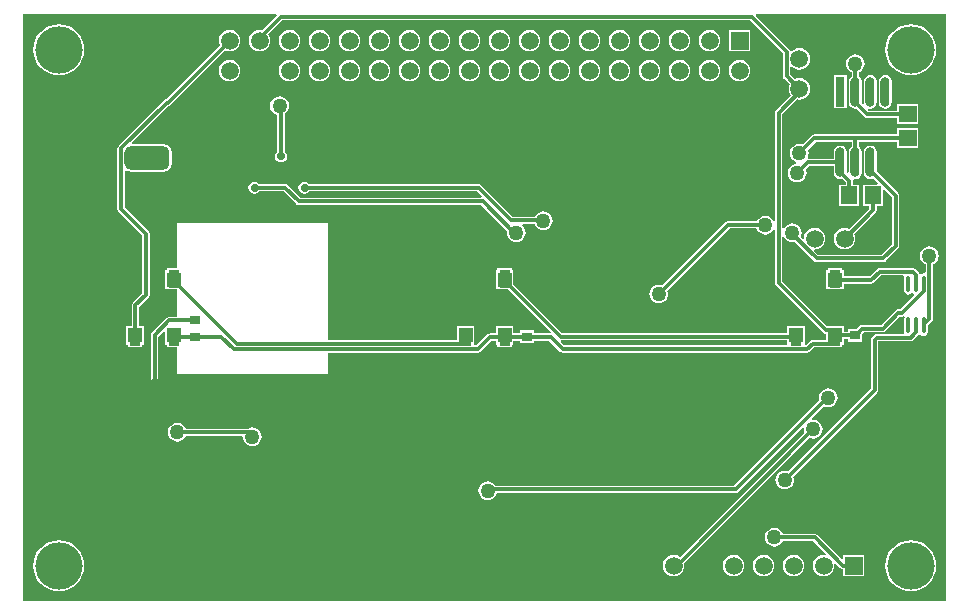
<source format=gbl>
G04*
G04 #@! TF.GenerationSoftware,Altium Limited,Altium Designer,20.0.12 (288)*
G04*
G04 Layer_Physical_Order=2*
G04 Layer_Color=16711680*
%FSLAX25Y25*%
%MOIN*%
G70*
G01*
G75*
%ADD45R,0.03543X0.03150*%
%ADD47R,0.05512X0.05906*%
%ADD64R,0.05906X0.05512*%
%ADD71C,0.01200*%
%ADD74C,0.05906*%
%ADD75R,0.05906X0.05906*%
G04:AMPARAMS|DCode=76|XSize=150mil|YSize=78.74mil|CornerRadius=19.68mil|HoleSize=0mil|Usage=FLASHONLY|Rotation=0.000|XOffset=0mil|YOffset=0mil|HoleType=Round|Shape=RoundedRectangle|*
%AMROUNDEDRECTD76*
21,1,0.15000,0.03937,0,0,0.0*
21,1,0.11063,0.07874,0,0,0.0*
1,1,0.03937,0.05531,-0.01968*
1,1,0.03937,-0.05531,-0.01968*
1,1,0.03937,-0.05531,0.01968*
1,1,0.03937,0.05531,0.01968*
%
%ADD76ROUNDEDRECTD76*%
%ADD77C,0.05000*%
%ADD78C,0.15748*%
%ADD79C,0.02800*%
%ADD80O,0.01378X0.05906*%
%ADD81R,0.04724X0.05118*%
%ADD82R,0.03543X0.05906*%
%ADD83R,0.03000X0.10000*%
%ADD84O,0.03000X0.10000*%
G36*
X552379Y297621D02*
X244621D01*
Y493378D01*
X328941D01*
X329148Y492878D01*
X324254Y487984D01*
X323500Y488083D01*
X322573Y487961D01*
X321708Y487603D01*
X320966Y487034D01*
X320397Y486292D01*
X320039Y485428D01*
X319917Y484500D01*
X320039Y483572D01*
X320397Y482708D01*
X320966Y481966D01*
X321708Y481397D01*
X322573Y481039D01*
X323500Y480917D01*
X324427Y481039D01*
X325292Y481397D01*
X326034Y481966D01*
X326603Y482708D01*
X326961Y483572D01*
X327083Y484500D01*
X326961Y485428D01*
X326603Y486292D01*
X326351Y486621D01*
X331007Y491277D01*
X486993D01*
X497974Y480296D01*
Y472589D01*
X498067Y472120D01*
X498332Y471724D01*
X500124Y469932D01*
X499889Y469363D01*
X499767Y468436D01*
X499889Y467508D01*
X500247Y466644D01*
X500536Y466267D01*
X495635Y461365D01*
X495370Y460968D01*
X495276Y460500D01*
Y424497D01*
X494776Y424398D01*
X494708Y424563D01*
X494211Y425211D01*
X493563Y425708D01*
X492809Y426020D01*
X492000Y426127D01*
X491191Y426020D01*
X490437Y425708D01*
X489789Y425211D01*
X489292Y424563D01*
X489234Y424424D01*
X479645D01*
X479176Y424330D01*
X478779Y424065D01*
X457649Y402935D01*
X457309Y403076D01*
X456500Y403182D01*
X455691Y403076D01*
X454937Y402763D01*
X454289Y402266D01*
X453792Y401619D01*
X453480Y400865D01*
X453373Y400055D01*
X453480Y399246D01*
X453792Y398492D01*
X454289Y397845D01*
X454937Y397348D01*
X455691Y397035D01*
X456500Y396929D01*
X457309Y397035D01*
X458063Y397348D01*
X458711Y397845D01*
X459208Y398492D01*
X459520Y399246D01*
X459627Y400055D01*
X459520Y400865D01*
X459379Y401204D01*
X480151Y421977D01*
X489069D01*
X489292Y421437D01*
X489789Y420789D01*
X490437Y420292D01*
X491191Y419980D01*
X492000Y419873D01*
X492809Y419980D01*
X493563Y420292D01*
X494211Y420789D01*
X494708Y421437D01*
X494776Y421602D01*
X495276Y421503D01*
Y403838D01*
X495370Y403369D01*
X495635Y402972D01*
X504521Y394086D01*
X504521Y394086D01*
X511540Y387068D01*
X511936Y386803D01*
X512234Y386743D01*
Y384725D01*
X507880D01*
X507412Y384632D01*
X507015Y384367D01*
X505616Y382968D01*
X505166Y383150D01*
Y389407D01*
X499242D01*
Y387078D01*
X424304D01*
X408058Y403323D01*
Y407911D01*
X407468D01*
Y408698D01*
X402724D01*
Y407911D01*
X402134D01*
Y401593D01*
X406328D01*
X420453Y387468D01*
X420246Y386968D01*
X414872D01*
Y387919D01*
X410128D01*
Y386968D01*
X408058D01*
Y389407D01*
X402134D01*
Y386968D01*
X400244D01*
X399776Y386875D01*
X399379Y386609D01*
X395695Y382925D01*
X395498D01*
X395066Y383089D01*
Y389407D01*
X389142D01*
Y384725D01*
X346197D01*
Y423803D01*
X295803Y423697D01*
Y408698D01*
X292624D01*
Y407911D01*
X292034D01*
Y401593D01*
X295803D01*
Y392479D01*
X293386D01*
X292917Y392386D01*
X292520Y392121D01*
X287635Y387235D01*
X287370Y386839D01*
X287277Y386370D01*
Y369500D01*
X287370Y369032D01*
X287635Y368635D01*
X288032Y368370D01*
X288500Y368277D01*
X288968Y368370D01*
X289365Y368635D01*
X289630Y369032D01*
X289723Y369500D01*
Y385863D01*
X291572Y387712D01*
X292034Y387521D01*
Y383089D01*
X292624D01*
Y382302D01*
X295803D01*
Y373303D01*
X346197D01*
Y380478D01*
X396202D01*
X396670Y380571D01*
X397067Y380836D01*
X400751Y384521D01*
X402134D01*
Y383089D01*
X402724D01*
Y382302D01*
X407468D01*
Y383089D01*
X408058D01*
Y384521D01*
X410128D01*
Y383569D01*
X414872D01*
Y384521D01*
X419970D01*
X423654Y380836D01*
X424051Y380571D01*
X424519Y380478D01*
X506080D01*
X506548Y380571D01*
X506945Y380836D01*
X508387Y382278D01*
X514024D01*
X514143Y382302D01*
X517568D01*
Y383089D01*
X518158D01*
Y385021D01*
X519628D01*
Y384069D01*
X524372D01*
Y386885D01*
X524763Y387277D01*
X531116D01*
X531584Y387370D01*
X531981Y387635D01*
X536886Y392540D01*
X537588D01*
X538056Y392633D01*
X538092Y392656D01*
X538385Y392459D01*
X538496Y392325D01*
X538406Y391874D01*
Y387347D01*
X538439Y387181D01*
X538059Y386681D01*
X529203D01*
X528735Y386588D01*
X528338Y386323D01*
X527635Y385620D01*
X527370Y385223D01*
X527277Y384754D01*
Y368552D01*
X499649Y340924D01*
X499309Y341065D01*
X498500Y341172D01*
X497691Y341065D01*
X496937Y340753D01*
X496289Y340256D01*
X495792Y339608D01*
X495480Y338854D01*
X495373Y338045D01*
X495480Y337236D01*
X495792Y336481D01*
X496289Y335834D01*
X496937Y335337D01*
X497691Y335025D01*
X498500Y334918D01*
X499309Y335025D01*
X500063Y335337D01*
X500711Y335834D01*
X501208Y336481D01*
X501520Y337236D01*
X501627Y338045D01*
X501520Y338854D01*
X501379Y339194D01*
X529365Y367180D01*
X529630Y367577D01*
X529724Y368045D01*
Y384234D01*
X540503D01*
X540971Y384327D01*
X541368Y384592D01*
X542475Y385699D01*
X542604Y385892D01*
X542967Y386256D01*
X543209Y386417D01*
X543258Y386491D01*
X543860D01*
X543909Y386417D01*
X544336Y386132D01*
X544839Y386032D01*
X545341Y386132D01*
X545768Y386417D01*
X546053Y386843D01*
X546153Y387347D01*
Y389502D01*
X547593Y390942D01*
X547858Y391338D01*
X547951Y391807D01*
Y409928D01*
X548291Y410069D01*
X548939Y410566D01*
X549435Y411213D01*
X549748Y411967D01*
X549854Y412777D01*
X549748Y413586D01*
X549435Y414340D01*
X548939Y414987D01*
X548291Y415484D01*
X547537Y415797D01*
X546728Y415903D01*
X545918Y415797D01*
X545164Y415484D01*
X544517Y414987D01*
X544020Y414340D01*
X543707Y413586D01*
X543601Y412777D01*
X543707Y411967D01*
X544020Y411213D01*
X544517Y410566D01*
X545164Y410069D01*
X545504Y409928D01*
Y407315D01*
X545004Y406935D01*
X544839Y406968D01*
X544336Y406868D01*
X543951Y406611D01*
X543712Y406647D01*
X543415Y406743D01*
X543376Y406938D01*
X543111Y407335D01*
X542038Y408408D01*
X541641Y408673D01*
X541173Y408766D01*
X530126D01*
X529658Y408673D01*
X529261Y408408D01*
X526828Y405975D01*
X518158D01*
Y407911D01*
X517568D01*
Y408698D01*
X512824D01*
Y407911D01*
X512234D01*
Y401593D01*
X518158D01*
Y403528D01*
X527335D01*
X527804Y403622D01*
X528200Y403887D01*
X530633Y406319D01*
X538059D01*
X538439Y405819D01*
X538406Y405653D01*
Y401126D01*
X538506Y400623D01*
X538791Y400197D01*
X539218Y399912D01*
X539720Y399812D01*
X540223Y399912D01*
X540650Y400197D01*
X540699Y400271D01*
X541301D01*
X541350Y400197D01*
X541491Y400103D01*
X541575Y399481D01*
X537081Y394987D01*
X536379D01*
X535911Y394893D01*
X535514Y394628D01*
X530609Y389723D01*
X524256D01*
X523788Y389630D01*
X523391Y389365D01*
X522444Y388419D01*
X519628D01*
Y387468D01*
X518158D01*
Y389407D01*
X512661D01*
X506251Y395817D01*
X506251Y395817D01*
X497723Y404344D01*
Y419003D01*
X498223Y419102D01*
X498292Y418937D01*
X498789Y418289D01*
X499437Y417792D01*
X500191Y417480D01*
X501000Y417373D01*
X501809Y417480D01*
X501886Y417511D01*
X508295Y411102D01*
X508692Y410837D01*
X509160Y410744D01*
X531374D01*
X531842Y410837D01*
X532239Y411102D01*
X536365Y415228D01*
X536630Y415625D01*
X536724Y416093D01*
Y432843D01*
X536630Y433311D01*
X536365Y433708D01*
X529152Y440921D01*
X529141Y440928D01*
Y447400D01*
X528978Y448219D01*
X528514Y448914D01*
X527819Y449378D01*
X527000Y449541D01*
X526181Y449378D01*
X525486Y448914D01*
X525022Y448219D01*
X524859Y447400D01*
Y440400D01*
X525022Y439581D01*
X525486Y438886D01*
X526181Y438422D01*
X527000Y438259D01*
X527819Y438422D01*
X528042Y438570D01*
X529598Y437015D01*
X529406Y436553D01*
X524581D01*
Y429447D01*
X526714D01*
Y428444D01*
X519996Y421726D01*
X519427Y421961D01*
X518500Y422083D01*
X517572Y421961D01*
X516708Y421603D01*
X515966Y421034D01*
X515397Y420292D01*
X515039Y419427D01*
X514917Y418500D01*
X515039Y417572D01*
X515397Y416708D01*
X515966Y415966D01*
X516708Y415397D01*
X517572Y415039D01*
X518500Y414917D01*
X519427Y415039D01*
X520292Y415397D01*
X521034Y415966D01*
X521603Y416708D01*
X521961Y417572D01*
X522083Y418500D01*
X521961Y419427D01*
X521726Y419996D01*
X528802Y427072D01*
X529067Y427469D01*
X529160Y427937D01*
Y429447D01*
X531293D01*
Y434666D01*
X531755Y434858D01*
X534276Y432336D01*
Y416600D01*
X530867Y413191D01*
X509667D01*
X508390Y414468D01*
X508631Y414934D01*
X509427Y415039D01*
X510292Y415397D01*
X511034Y415966D01*
X511603Y416708D01*
X511961Y417572D01*
X512083Y418500D01*
X511961Y419427D01*
X511603Y420292D01*
X511034Y421034D01*
X510292Y421603D01*
X509427Y421961D01*
X508500Y422083D01*
X507573Y421961D01*
X506708Y421603D01*
X505966Y421034D01*
X505397Y420292D01*
X505039Y419427D01*
X504934Y418631D01*
X504468Y418390D01*
X503770Y419087D01*
X504020Y419691D01*
X504127Y420500D01*
X504020Y421309D01*
X503708Y422063D01*
X503211Y422711D01*
X502563Y423208D01*
X501809Y423520D01*
X501000Y423627D01*
X500191Y423520D01*
X499437Y423208D01*
X498789Y422711D01*
X498292Y422063D01*
X498223Y421898D01*
X497723Y421997D01*
Y459993D01*
X502672Y464942D01*
X503350Y464853D01*
X504278Y464975D01*
X505142Y465333D01*
X505884Y465902D01*
X506454Y466644D01*
X506812Y467508D01*
X506934Y468436D01*
X506812Y469363D01*
X506454Y470228D01*
X505884Y470970D01*
X505142Y471539D01*
X504278Y471897D01*
X503350Y472019D01*
X502423Y471897D01*
X501855Y471662D01*
X500421Y473095D01*
Y475663D01*
X500921Y475822D01*
X501559Y475333D01*
X502423Y474975D01*
X503350Y474853D01*
X504278Y474975D01*
X505142Y475333D01*
X505884Y475902D01*
X506454Y476644D01*
X506812Y477508D01*
X506934Y478436D01*
X506812Y479363D01*
X506454Y480228D01*
X505884Y480970D01*
X505142Y481539D01*
X504278Y481897D01*
X503350Y482019D01*
X502423Y481897D01*
X501559Y481539D01*
X500887Y481024D01*
X500593Y481069D01*
X500346Y481178D01*
X500328Y481271D01*
X500063Y481668D01*
X488852Y492878D01*
X489059Y493378D01*
X552378D01*
X552379Y297621D01*
D02*
G37*
G36*
X499242Y383089D02*
X498810Y382925D01*
X425026D01*
X423820Y384131D01*
X424027Y384631D01*
X499242D01*
Y383089D01*
D02*
G37*
%LPC*%
G36*
X487053Y488053D02*
X479947D01*
Y480947D01*
X487053D01*
Y488053D01*
D02*
G37*
G36*
X473500Y488083D02*
X472573Y487961D01*
X471708Y487603D01*
X470966Y487034D01*
X470397Y486292D01*
X470039Y485428D01*
X469917Y484500D01*
X470039Y483572D01*
X470397Y482708D01*
X470966Y481966D01*
X471708Y481397D01*
X472573Y481039D01*
X473500Y480917D01*
X474428Y481039D01*
X475292Y481397D01*
X476034Y481966D01*
X476603Y482708D01*
X476961Y483572D01*
X477083Y484500D01*
X476961Y485428D01*
X476603Y486292D01*
X476034Y487034D01*
X475292Y487603D01*
X474428Y487961D01*
X473500Y488083D01*
D02*
G37*
G36*
X463500D02*
X462572Y487961D01*
X461708Y487603D01*
X460966Y487034D01*
X460397Y486292D01*
X460039Y485428D01*
X459917Y484500D01*
X460039Y483572D01*
X460397Y482708D01*
X460966Y481966D01*
X461708Y481397D01*
X462572Y481039D01*
X463500Y480917D01*
X464428Y481039D01*
X465292Y481397D01*
X466034Y481966D01*
X466603Y482708D01*
X466961Y483572D01*
X467083Y484500D01*
X466961Y485428D01*
X466603Y486292D01*
X466034Y487034D01*
X465292Y487603D01*
X464428Y487961D01*
X463500Y488083D01*
D02*
G37*
G36*
X453500D02*
X452572Y487961D01*
X451708Y487603D01*
X450966Y487034D01*
X450397Y486292D01*
X450039Y485428D01*
X449917Y484500D01*
X450039Y483572D01*
X450397Y482708D01*
X450966Y481966D01*
X451708Y481397D01*
X452572Y481039D01*
X453500Y480917D01*
X454427Y481039D01*
X455292Y481397D01*
X456034Y481966D01*
X456603Y482708D01*
X456961Y483572D01*
X457083Y484500D01*
X456961Y485428D01*
X456603Y486292D01*
X456034Y487034D01*
X455292Y487603D01*
X454427Y487961D01*
X453500Y488083D01*
D02*
G37*
G36*
X443500D02*
X442572Y487961D01*
X441708Y487603D01*
X440966Y487034D01*
X440397Y486292D01*
X440039Y485428D01*
X439917Y484500D01*
X440039Y483572D01*
X440397Y482708D01*
X440966Y481966D01*
X441708Y481397D01*
X442572Y481039D01*
X443500Y480917D01*
X444427Y481039D01*
X445292Y481397D01*
X446034Y481966D01*
X446603Y482708D01*
X446961Y483572D01*
X447083Y484500D01*
X446961Y485428D01*
X446603Y486292D01*
X446034Y487034D01*
X445292Y487603D01*
X444427Y487961D01*
X443500Y488083D01*
D02*
G37*
G36*
X433500D02*
X432573Y487961D01*
X431708Y487603D01*
X430966Y487034D01*
X430397Y486292D01*
X430039Y485428D01*
X429917Y484500D01*
X430039Y483572D01*
X430397Y482708D01*
X430966Y481966D01*
X431708Y481397D01*
X432573Y481039D01*
X433500Y480917D01*
X434427Y481039D01*
X435292Y481397D01*
X436034Y481966D01*
X436603Y482708D01*
X436961Y483572D01*
X437083Y484500D01*
X436961Y485428D01*
X436603Y486292D01*
X436034Y487034D01*
X435292Y487603D01*
X434427Y487961D01*
X433500Y488083D01*
D02*
G37*
G36*
X423500D02*
X422573Y487961D01*
X421708Y487603D01*
X420966Y487034D01*
X420397Y486292D01*
X420039Y485428D01*
X419917Y484500D01*
X420039Y483572D01*
X420397Y482708D01*
X420966Y481966D01*
X421708Y481397D01*
X422573Y481039D01*
X423500Y480917D01*
X424428Y481039D01*
X425292Y481397D01*
X426034Y481966D01*
X426603Y482708D01*
X426961Y483572D01*
X427083Y484500D01*
X426961Y485428D01*
X426603Y486292D01*
X426034Y487034D01*
X425292Y487603D01*
X424428Y487961D01*
X423500Y488083D01*
D02*
G37*
G36*
X413500D02*
X412572Y487961D01*
X411708Y487603D01*
X410966Y487034D01*
X410397Y486292D01*
X410039Y485428D01*
X409917Y484500D01*
X410039Y483572D01*
X410397Y482708D01*
X410966Y481966D01*
X411708Y481397D01*
X412572Y481039D01*
X413500Y480917D01*
X414428Y481039D01*
X415292Y481397D01*
X416034Y481966D01*
X416603Y482708D01*
X416961Y483572D01*
X417083Y484500D01*
X416961Y485428D01*
X416603Y486292D01*
X416034Y487034D01*
X415292Y487603D01*
X414428Y487961D01*
X413500Y488083D01*
D02*
G37*
G36*
X403500D02*
X402573Y487961D01*
X401708Y487603D01*
X400966Y487034D01*
X400397Y486292D01*
X400039Y485428D01*
X399917Y484500D01*
X400039Y483572D01*
X400397Y482708D01*
X400966Y481966D01*
X401708Y481397D01*
X402573Y481039D01*
X403500Y480917D01*
X404427Y481039D01*
X405292Y481397D01*
X406034Y481966D01*
X406603Y482708D01*
X406961Y483572D01*
X407083Y484500D01*
X406961Y485428D01*
X406603Y486292D01*
X406034Y487034D01*
X405292Y487603D01*
X404427Y487961D01*
X403500Y488083D01*
D02*
G37*
G36*
X393500D02*
X392573Y487961D01*
X391708Y487603D01*
X390966Y487034D01*
X390397Y486292D01*
X390039Y485428D01*
X389917Y484500D01*
X390039Y483572D01*
X390397Y482708D01*
X390966Y481966D01*
X391708Y481397D01*
X392573Y481039D01*
X393500Y480917D01*
X394427Y481039D01*
X395292Y481397D01*
X396034Y481966D01*
X396603Y482708D01*
X396961Y483572D01*
X397083Y484500D01*
X396961Y485428D01*
X396603Y486292D01*
X396034Y487034D01*
X395292Y487603D01*
X394427Y487961D01*
X393500Y488083D01*
D02*
G37*
G36*
X383500D02*
X382573Y487961D01*
X381708Y487603D01*
X380966Y487034D01*
X380397Y486292D01*
X380039Y485428D01*
X379917Y484500D01*
X380039Y483572D01*
X380397Y482708D01*
X380966Y481966D01*
X381708Y481397D01*
X382573Y481039D01*
X383500Y480917D01*
X384427Y481039D01*
X385292Y481397D01*
X386034Y481966D01*
X386603Y482708D01*
X386961Y483572D01*
X387083Y484500D01*
X386961Y485428D01*
X386603Y486292D01*
X386034Y487034D01*
X385292Y487603D01*
X384427Y487961D01*
X383500Y488083D01*
D02*
G37*
G36*
X373500D02*
X372573Y487961D01*
X371708Y487603D01*
X370966Y487034D01*
X370397Y486292D01*
X370039Y485428D01*
X369917Y484500D01*
X370039Y483572D01*
X370397Y482708D01*
X370966Y481966D01*
X371708Y481397D01*
X372573Y481039D01*
X373500Y480917D01*
X374427Y481039D01*
X375292Y481397D01*
X376034Y481966D01*
X376603Y482708D01*
X376961Y483572D01*
X377083Y484500D01*
X376961Y485428D01*
X376603Y486292D01*
X376034Y487034D01*
X375292Y487603D01*
X374427Y487961D01*
X373500Y488083D01*
D02*
G37*
G36*
X363500D02*
X362573Y487961D01*
X361708Y487603D01*
X360966Y487034D01*
X360397Y486292D01*
X360039Y485428D01*
X359917Y484500D01*
X360039Y483572D01*
X360397Y482708D01*
X360966Y481966D01*
X361708Y481397D01*
X362573Y481039D01*
X363500Y480917D01*
X364427Y481039D01*
X365292Y481397D01*
X366034Y481966D01*
X366603Y482708D01*
X366961Y483572D01*
X367083Y484500D01*
X366961Y485428D01*
X366603Y486292D01*
X366034Y487034D01*
X365292Y487603D01*
X364427Y487961D01*
X363500Y488083D01*
D02*
G37*
G36*
X353500D02*
X352573Y487961D01*
X351708Y487603D01*
X350966Y487034D01*
X350397Y486292D01*
X350039Y485428D01*
X349917Y484500D01*
X350039Y483572D01*
X350397Y482708D01*
X350966Y481966D01*
X351708Y481397D01*
X352573Y481039D01*
X353500Y480917D01*
X354427Y481039D01*
X355292Y481397D01*
X356034Y481966D01*
X356603Y482708D01*
X356961Y483572D01*
X357083Y484500D01*
X356961Y485428D01*
X356603Y486292D01*
X356034Y487034D01*
X355292Y487603D01*
X354427Y487961D01*
X353500Y488083D01*
D02*
G37*
G36*
X343500D02*
X342573Y487961D01*
X341708Y487603D01*
X340966Y487034D01*
X340397Y486292D01*
X340039Y485428D01*
X339917Y484500D01*
X340039Y483572D01*
X340397Y482708D01*
X340966Y481966D01*
X341708Y481397D01*
X342573Y481039D01*
X343500Y480917D01*
X344427Y481039D01*
X345292Y481397D01*
X346034Y481966D01*
X346603Y482708D01*
X346961Y483572D01*
X347083Y484500D01*
X346961Y485428D01*
X346603Y486292D01*
X346034Y487034D01*
X345292Y487603D01*
X344427Y487961D01*
X343500Y488083D01*
D02*
G37*
G36*
X333500D02*
X332573Y487961D01*
X331708Y487603D01*
X330966Y487034D01*
X330397Y486292D01*
X330039Y485428D01*
X329917Y484500D01*
X330039Y483572D01*
X330397Y482708D01*
X330966Y481966D01*
X331708Y481397D01*
X332573Y481039D01*
X333500Y480917D01*
X334427Y481039D01*
X335292Y481397D01*
X336034Y481966D01*
X336603Y482708D01*
X336961Y483572D01*
X337083Y484500D01*
X336961Y485428D01*
X336603Y486292D01*
X336034Y487034D01*
X335292Y487603D01*
X334427Y487961D01*
X333500Y488083D01*
D02*
G37*
G36*
X313500D02*
X312573Y487961D01*
X311708Y487603D01*
X310966Y487034D01*
X310397Y486292D01*
X310039Y485428D01*
X309917Y484500D01*
X310039Y483572D01*
X310274Y483004D01*
X292319Y465050D01*
X292036Y464993D01*
X291639Y464728D01*
X276435Y449524D01*
X276170Y449127D01*
X276077Y448659D01*
Y428357D01*
X276170Y427889D01*
X276435Y427492D01*
X284343Y419584D01*
Y400295D01*
X281139Y397092D01*
X280874Y396695D01*
X280780Y396227D01*
Y389407D01*
X279042D01*
Y383089D01*
X279632D01*
Y382302D01*
X284376D01*
Y383089D01*
X284966D01*
Y389407D01*
X283227D01*
Y395720D01*
X286431Y398923D01*
X286697Y399321D01*
X286790Y399789D01*
Y420091D01*
X286697Y420559D01*
X286431Y420956D01*
X278523Y428864D01*
Y441034D01*
X279024Y441281D01*
X279173Y441166D01*
X279798Y440907D01*
X280469Y440819D01*
X291531D01*
X292202Y440907D01*
X292827Y441166D01*
X293363Y441578D01*
X293775Y442114D01*
X294034Y442739D01*
X294122Y443409D01*
Y447346D01*
X294034Y448017D01*
X293775Y448642D01*
X293363Y449178D01*
X292827Y449590D01*
X292202Y449849D01*
X291531Y449937D01*
X281016D01*
X280808Y450437D01*
X293048Y462676D01*
X293331Y462733D01*
X293728Y462998D01*
X312004Y481274D01*
X312573Y481039D01*
X313500Y480917D01*
X314427Y481039D01*
X315292Y481397D01*
X316034Y481966D01*
X316603Y482708D01*
X316961Y483572D01*
X317083Y484500D01*
X316961Y485428D01*
X316603Y486292D01*
X316034Y487034D01*
X315292Y487603D01*
X314427Y487961D01*
X313500Y488083D01*
D02*
G37*
G36*
X540500Y490015D02*
X538839Y489851D01*
X537241Y489367D01*
X535769Y488580D01*
X534479Y487521D01*
X533420Y486231D01*
X532633Y484759D01*
X532149Y483161D01*
X531985Y481500D01*
X532149Y479839D01*
X532633Y478241D01*
X533420Y476769D01*
X534479Y475479D01*
X535769Y474420D01*
X537241Y473633D01*
X538839Y473149D01*
X540500Y472985D01*
X542161Y473149D01*
X543759Y473633D01*
X545231Y474420D01*
X546521Y475479D01*
X547580Y476769D01*
X548367Y478241D01*
X548851Y479839D01*
X549015Y481500D01*
X548851Y483161D01*
X548367Y484759D01*
X547580Y486231D01*
X546521Y487521D01*
X545231Y488580D01*
X543759Y489367D01*
X542161Y489851D01*
X540500Y490015D01*
D02*
G37*
G36*
X256500D02*
X254839Y489851D01*
X253241Y489367D01*
X251769Y488580D01*
X250479Y487521D01*
X249420Y486231D01*
X248633Y484759D01*
X248149Y483161D01*
X247985Y481500D01*
X248149Y479839D01*
X248633Y478241D01*
X249420Y476769D01*
X250479Y475479D01*
X251769Y474420D01*
X253241Y473633D01*
X254839Y473149D01*
X256500Y472985D01*
X258161Y473149D01*
X259759Y473633D01*
X261231Y474420D01*
X262521Y475479D01*
X263580Y476769D01*
X264367Y478241D01*
X264851Y479839D01*
X265015Y481500D01*
X264851Y483161D01*
X264367Y484759D01*
X263580Y486231D01*
X262521Y487521D01*
X261231Y488580D01*
X259759Y489367D01*
X258161Y489851D01*
X256500Y490015D01*
D02*
G37*
G36*
X483500Y478083D02*
X482573Y477961D01*
X481708Y477603D01*
X480966Y477034D01*
X480397Y476292D01*
X480039Y475427D01*
X479917Y474500D01*
X480039Y473572D01*
X480397Y472708D01*
X480966Y471966D01*
X481708Y471397D01*
X482573Y471039D01*
X483500Y470917D01*
X484427Y471039D01*
X485292Y471397D01*
X486034Y471966D01*
X486603Y472708D01*
X486961Y473572D01*
X487083Y474500D01*
X486961Y475427D01*
X486603Y476292D01*
X486034Y477034D01*
X485292Y477603D01*
X484427Y477961D01*
X483500Y478083D01*
D02*
G37*
G36*
X473500D02*
X472573Y477961D01*
X471708Y477603D01*
X470966Y477034D01*
X470397Y476292D01*
X470039Y475427D01*
X469917Y474500D01*
X470039Y473572D01*
X470397Y472708D01*
X470966Y471966D01*
X471708Y471397D01*
X472573Y471039D01*
X473500Y470917D01*
X474428Y471039D01*
X475292Y471397D01*
X476034Y471966D01*
X476603Y472708D01*
X476961Y473572D01*
X477083Y474500D01*
X476961Y475427D01*
X476603Y476292D01*
X476034Y477034D01*
X475292Y477603D01*
X474428Y477961D01*
X473500Y478083D01*
D02*
G37*
G36*
X463500D02*
X462572Y477961D01*
X461708Y477603D01*
X460966Y477034D01*
X460397Y476292D01*
X460039Y475427D01*
X459917Y474500D01*
X460039Y473572D01*
X460397Y472708D01*
X460966Y471966D01*
X461708Y471397D01*
X462572Y471039D01*
X463500Y470917D01*
X464428Y471039D01*
X465292Y471397D01*
X466034Y471966D01*
X466603Y472708D01*
X466961Y473572D01*
X467083Y474500D01*
X466961Y475427D01*
X466603Y476292D01*
X466034Y477034D01*
X465292Y477603D01*
X464428Y477961D01*
X463500Y478083D01*
D02*
G37*
G36*
X453500D02*
X452572Y477961D01*
X451708Y477603D01*
X450966Y477034D01*
X450397Y476292D01*
X450039Y475427D01*
X449917Y474500D01*
X450039Y473572D01*
X450397Y472708D01*
X450966Y471966D01*
X451708Y471397D01*
X452572Y471039D01*
X453500Y470917D01*
X454427Y471039D01*
X455292Y471397D01*
X456034Y471966D01*
X456603Y472708D01*
X456961Y473572D01*
X457083Y474500D01*
X456961Y475427D01*
X456603Y476292D01*
X456034Y477034D01*
X455292Y477603D01*
X454427Y477961D01*
X453500Y478083D01*
D02*
G37*
G36*
X443500D02*
X442572Y477961D01*
X441708Y477603D01*
X440966Y477034D01*
X440397Y476292D01*
X440039Y475427D01*
X439917Y474500D01*
X440039Y473572D01*
X440397Y472708D01*
X440966Y471966D01*
X441708Y471397D01*
X442572Y471039D01*
X443500Y470917D01*
X444427Y471039D01*
X445292Y471397D01*
X446034Y471966D01*
X446603Y472708D01*
X446961Y473572D01*
X447083Y474500D01*
X446961Y475427D01*
X446603Y476292D01*
X446034Y477034D01*
X445292Y477603D01*
X444427Y477961D01*
X443500Y478083D01*
D02*
G37*
G36*
X433500D02*
X432573Y477961D01*
X431708Y477603D01*
X430966Y477034D01*
X430397Y476292D01*
X430039Y475427D01*
X429917Y474500D01*
X430039Y473572D01*
X430397Y472708D01*
X430966Y471966D01*
X431708Y471397D01*
X432573Y471039D01*
X433500Y470917D01*
X434427Y471039D01*
X435292Y471397D01*
X436034Y471966D01*
X436603Y472708D01*
X436961Y473572D01*
X437083Y474500D01*
X436961Y475427D01*
X436603Y476292D01*
X436034Y477034D01*
X435292Y477603D01*
X434427Y477961D01*
X433500Y478083D01*
D02*
G37*
G36*
X423500D02*
X422573Y477961D01*
X421708Y477603D01*
X420966Y477034D01*
X420397Y476292D01*
X420039Y475427D01*
X419917Y474500D01*
X420039Y473572D01*
X420397Y472708D01*
X420966Y471966D01*
X421708Y471397D01*
X422573Y471039D01*
X423500Y470917D01*
X424428Y471039D01*
X425292Y471397D01*
X426034Y471966D01*
X426603Y472708D01*
X426961Y473572D01*
X427083Y474500D01*
X426961Y475427D01*
X426603Y476292D01*
X426034Y477034D01*
X425292Y477603D01*
X424428Y477961D01*
X423500Y478083D01*
D02*
G37*
G36*
X413500D02*
X412572Y477961D01*
X411708Y477603D01*
X410966Y477034D01*
X410397Y476292D01*
X410039Y475427D01*
X409917Y474500D01*
X410039Y473572D01*
X410397Y472708D01*
X410966Y471966D01*
X411708Y471397D01*
X412572Y471039D01*
X413500Y470917D01*
X414428Y471039D01*
X415292Y471397D01*
X416034Y471966D01*
X416603Y472708D01*
X416961Y473572D01*
X417083Y474500D01*
X416961Y475427D01*
X416603Y476292D01*
X416034Y477034D01*
X415292Y477603D01*
X414428Y477961D01*
X413500Y478083D01*
D02*
G37*
G36*
X403500D02*
X402573Y477961D01*
X401708Y477603D01*
X400966Y477034D01*
X400397Y476292D01*
X400039Y475427D01*
X399917Y474500D01*
X400039Y473572D01*
X400397Y472708D01*
X400966Y471966D01*
X401708Y471397D01*
X402573Y471039D01*
X403500Y470917D01*
X404427Y471039D01*
X405292Y471397D01*
X406034Y471966D01*
X406603Y472708D01*
X406961Y473572D01*
X407083Y474500D01*
X406961Y475427D01*
X406603Y476292D01*
X406034Y477034D01*
X405292Y477603D01*
X404427Y477961D01*
X403500Y478083D01*
D02*
G37*
G36*
X393500D02*
X392573Y477961D01*
X391708Y477603D01*
X390966Y477034D01*
X390397Y476292D01*
X390039Y475427D01*
X389917Y474500D01*
X390039Y473572D01*
X390397Y472708D01*
X390966Y471966D01*
X391708Y471397D01*
X392573Y471039D01*
X393500Y470917D01*
X394427Y471039D01*
X395292Y471397D01*
X396034Y471966D01*
X396603Y472708D01*
X396961Y473572D01*
X397083Y474500D01*
X396961Y475427D01*
X396603Y476292D01*
X396034Y477034D01*
X395292Y477603D01*
X394427Y477961D01*
X393500Y478083D01*
D02*
G37*
G36*
X383500D02*
X382573Y477961D01*
X381708Y477603D01*
X380966Y477034D01*
X380397Y476292D01*
X380039Y475427D01*
X379917Y474500D01*
X380039Y473572D01*
X380397Y472708D01*
X380966Y471966D01*
X381708Y471397D01*
X382573Y471039D01*
X383500Y470917D01*
X384427Y471039D01*
X385292Y471397D01*
X386034Y471966D01*
X386603Y472708D01*
X386961Y473572D01*
X387083Y474500D01*
X386961Y475427D01*
X386603Y476292D01*
X386034Y477034D01*
X385292Y477603D01*
X384427Y477961D01*
X383500Y478083D01*
D02*
G37*
G36*
X373500D02*
X372573Y477961D01*
X371708Y477603D01*
X370966Y477034D01*
X370397Y476292D01*
X370039Y475427D01*
X369917Y474500D01*
X370039Y473572D01*
X370397Y472708D01*
X370966Y471966D01*
X371708Y471397D01*
X372573Y471039D01*
X373500Y470917D01*
X374427Y471039D01*
X375292Y471397D01*
X376034Y471966D01*
X376603Y472708D01*
X376961Y473572D01*
X377083Y474500D01*
X376961Y475427D01*
X376603Y476292D01*
X376034Y477034D01*
X375292Y477603D01*
X374427Y477961D01*
X373500Y478083D01*
D02*
G37*
G36*
X363500D02*
X362573Y477961D01*
X361708Y477603D01*
X360966Y477034D01*
X360397Y476292D01*
X360039Y475427D01*
X359917Y474500D01*
X360039Y473572D01*
X360397Y472708D01*
X360966Y471966D01*
X361708Y471397D01*
X362573Y471039D01*
X363500Y470917D01*
X364427Y471039D01*
X365292Y471397D01*
X366034Y471966D01*
X366603Y472708D01*
X366961Y473572D01*
X367083Y474500D01*
X366961Y475427D01*
X366603Y476292D01*
X366034Y477034D01*
X365292Y477603D01*
X364427Y477961D01*
X363500Y478083D01*
D02*
G37*
G36*
X353500D02*
X352573Y477961D01*
X351708Y477603D01*
X350966Y477034D01*
X350397Y476292D01*
X350039Y475427D01*
X349917Y474500D01*
X350039Y473572D01*
X350397Y472708D01*
X350966Y471966D01*
X351708Y471397D01*
X352573Y471039D01*
X353500Y470917D01*
X354427Y471039D01*
X355292Y471397D01*
X356034Y471966D01*
X356603Y472708D01*
X356961Y473572D01*
X357083Y474500D01*
X356961Y475427D01*
X356603Y476292D01*
X356034Y477034D01*
X355292Y477603D01*
X354427Y477961D01*
X353500Y478083D01*
D02*
G37*
G36*
X343500D02*
X342573Y477961D01*
X341708Y477603D01*
X340966Y477034D01*
X340397Y476292D01*
X340039Y475427D01*
X339917Y474500D01*
X340039Y473572D01*
X340397Y472708D01*
X340966Y471966D01*
X341708Y471397D01*
X342573Y471039D01*
X343500Y470917D01*
X344427Y471039D01*
X345292Y471397D01*
X346034Y471966D01*
X346603Y472708D01*
X346961Y473572D01*
X347083Y474500D01*
X346961Y475427D01*
X346603Y476292D01*
X346034Y477034D01*
X345292Y477603D01*
X344427Y477961D01*
X343500Y478083D01*
D02*
G37*
G36*
X333500D02*
X332573Y477961D01*
X331708Y477603D01*
X330966Y477034D01*
X330397Y476292D01*
X330039Y475427D01*
X329917Y474500D01*
X330039Y473572D01*
X330397Y472708D01*
X330966Y471966D01*
X331708Y471397D01*
X332573Y471039D01*
X333500Y470917D01*
X334427Y471039D01*
X335292Y471397D01*
X336034Y471966D01*
X336603Y472708D01*
X336961Y473572D01*
X337083Y474500D01*
X336961Y475427D01*
X336603Y476292D01*
X336034Y477034D01*
X335292Y477603D01*
X334427Y477961D01*
X333500Y478083D01*
D02*
G37*
G36*
X313500D02*
X312573Y477961D01*
X311708Y477603D01*
X310966Y477034D01*
X310397Y476292D01*
X310039Y475427D01*
X309917Y474500D01*
X310039Y473572D01*
X310397Y472708D01*
X310966Y471966D01*
X311708Y471397D01*
X312573Y471039D01*
X313500Y470917D01*
X314427Y471039D01*
X315292Y471397D01*
X316034Y471966D01*
X316603Y472708D01*
X316961Y473572D01*
X317083Y474500D01*
X316961Y475427D01*
X316603Y476292D01*
X316034Y477034D01*
X315292Y477603D01*
X314427Y477961D01*
X313500Y478083D01*
D02*
G37*
G36*
X519100Y473100D02*
X514900D01*
Y461900D01*
X519100D01*
Y473100D01*
D02*
G37*
G36*
X532000Y473141D02*
X531181Y472978D01*
X530486Y472514D01*
X530022Y471819D01*
X529859Y471000D01*
Y464000D01*
X530022Y463181D01*
X530486Y462486D01*
X531181Y462022D01*
X532000Y461859D01*
X532819Y462022D01*
X533514Y462486D01*
X533978Y463181D01*
X534141Y464000D01*
Y471000D01*
X533978Y471819D01*
X533514Y472514D01*
X532819Y472978D01*
X532000Y473141D01*
D02*
G37*
G36*
X522000Y479974D02*
X521191Y479868D01*
X520437Y479555D01*
X519789Y479058D01*
X519292Y478411D01*
X518980Y477657D01*
X518873Y476847D01*
X518980Y476038D01*
X519292Y475284D01*
X519789Y474636D01*
X520437Y474139D01*
X520777Y473999D01*
Y472708D01*
X520486Y472514D01*
X520022Y471819D01*
X519859Y471000D01*
Y464000D01*
X520022Y463181D01*
X520486Y462486D01*
X521181Y462022D01*
X522000Y461859D01*
X522343Y461927D01*
X525198Y459072D01*
X525595Y458807D01*
X526063Y458713D01*
X535947D01*
Y456581D01*
X543053D01*
Y463293D01*
X535947D01*
Y461161D01*
X526570D01*
X526228Y461503D01*
X526474Y461964D01*
X527000Y461859D01*
X527819Y462022D01*
X528514Y462486D01*
X528978Y463181D01*
X529141Y464000D01*
Y471000D01*
X528978Y471819D01*
X528514Y472514D01*
X527819Y472978D01*
X527000Y473141D01*
X526181Y472978D01*
X525486Y472514D01*
X525022Y471819D01*
X524859Y471000D01*
Y464000D01*
X524964Y463474D01*
X524503Y463228D01*
X524073Y463657D01*
X524141Y464000D01*
Y471000D01*
X523978Y471819D01*
X523514Y472514D01*
X523223Y472708D01*
Y473999D01*
X523563Y474139D01*
X524211Y474636D01*
X524708Y475284D01*
X525020Y476038D01*
X525127Y476847D01*
X525020Y477657D01*
X524708Y478411D01*
X524211Y479058D01*
X523563Y479555D01*
X522809Y479868D01*
X522000Y479974D01*
D02*
G37*
G36*
X543053Y455419D02*
X535947D01*
Y453287D01*
X508413D01*
X507945Y453193D01*
X507548Y452928D01*
X504499Y449879D01*
X504160Y450020D01*
X503350Y450127D01*
X502541Y450020D01*
X501787Y449708D01*
X501139Y449211D01*
X500642Y448563D01*
X500330Y447809D01*
X500224Y447000D01*
X500330Y446191D01*
X500642Y445437D01*
X501139Y444789D01*
X501787Y444292D01*
X502423Y444029D01*
X502373Y443518D01*
X501828Y443446D01*
X501074Y443134D01*
X500426Y442637D01*
X499930Y441989D01*
X499617Y441235D01*
X499511Y440426D01*
X499617Y439617D01*
X499930Y438863D01*
X500426Y438215D01*
X501074Y437718D01*
X501828Y437406D01*
X502637Y437299D01*
X503447Y437406D01*
X504201Y437718D01*
X504848Y438215D01*
X505345Y438863D01*
X505658Y439617D01*
X505764Y440426D01*
X505658Y441235D01*
X505517Y441575D01*
X506618Y442676D01*
X514859D01*
Y440400D01*
X515022Y439581D01*
X515486Y438886D01*
X516181Y438422D01*
X517000Y438259D01*
X517690Y438396D01*
X518840Y437246D01*
Y436553D01*
X516707D01*
Y429447D01*
X523419D01*
Y436553D01*
X521286D01*
Y437753D01*
X521258Y437897D01*
X521681Y438322D01*
X522000Y438259D01*
X522819Y438422D01*
X523514Y438886D01*
X523978Y439581D01*
X524141Y440400D01*
Y447400D01*
X523978Y448219D01*
X523514Y448914D01*
X523223Y449108D01*
Y450840D01*
X535947D01*
Y448707D01*
X543053D01*
Y455419D01*
D02*
G37*
G36*
X330105Y465914D02*
X329296Y465808D01*
X328542Y465495D01*
X327894Y464998D01*
X327397Y464351D01*
X327085Y463597D01*
X326978Y462787D01*
X327085Y461978D01*
X327397Y461224D01*
X327894Y460576D01*
X328542Y460080D01*
X329296Y459767D01*
X329340Y459761D01*
Y447537D01*
X329121Y447391D01*
X328679Y446729D01*
X328524Y445949D01*
X328679Y445168D01*
X329121Y444507D01*
X329783Y444065D01*
X330563Y443910D01*
X331343Y444065D01*
X332005Y444507D01*
X332447Y445168D01*
X332602Y445949D01*
X332447Y446729D01*
X332005Y447391D01*
X331786Y447537D01*
Y460170D01*
X332316Y460576D01*
X332813Y461224D01*
X333125Y461978D01*
X333232Y462787D01*
X333125Y463597D01*
X332813Y464351D01*
X332316Y464998D01*
X331668Y465495D01*
X330914Y465808D01*
X330105Y465914D01*
D02*
G37*
G36*
X338437Y437488D02*
X337657Y437333D01*
X336995Y436891D01*
X336553Y436229D01*
X336398Y435449D01*
X336553Y434668D01*
X336995Y434007D01*
X337657Y433565D01*
X338437Y433410D01*
X339217Y433565D01*
X339879Y434007D01*
X340025Y434225D01*
X395946D01*
X397448Y432724D01*
X397241Y432224D01*
X337007D01*
X332916Y436314D01*
X332519Y436579D01*
X332051Y436672D01*
X323357D01*
X323211Y436891D01*
X322550Y437333D01*
X321769Y437488D01*
X320989Y437333D01*
X320327Y436891D01*
X319885Y436229D01*
X319730Y435449D01*
X319885Y434668D01*
X320327Y434007D01*
X320989Y433565D01*
X321769Y433410D01*
X322550Y433565D01*
X323211Y434007D01*
X323357Y434225D01*
X331544D01*
X335635Y430135D01*
X336032Y429870D01*
X336500Y429776D01*
X397284D01*
X405953Y421107D01*
X405873Y420500D01*
X405980Y419691D01*
X406292Y418937D01*
X406789Y418289D01*
X407437Y417792D01*
X408191Y417480D01*
X409000Y417373D01*
X409809Y417480D01*
X410563Y417792D01*
X411211Y418289D01*
X411708Y418937D01*
X412020Y419691D01*
X412127Y420500D01*
X412020Y421309D01*
X411708Y422063D01*
X411211Y422711D01*
X410995Y422877D01*
X411165Y423377D01*
X415110D01*
X415292Y422937D01*
X415789Y422289D01*
X416437Y421792D01*
X417191Y421480D01*
X418000Y421373D01*
X418809Y421480D01*
X419563Y421792D01*
X420211Y422289D01*
X420708Y422937D01*
X421020Y423691D01*
X421127Y424500D01*
X421020Y425309D01*
X420708Y426063D01*
X420211Y426711D01*
X419563Y427208D01*
X418809Y427520D01*
X418000Y427627D01*
X417191Y427520D01*
X416437Y427208D01*
X415789Y426711D01*
X415292Y426063D01*
X415193Y425823D01*
X407808D01*
X397318Y436314D01*
X396921Y436579D01*
X396453Y436672D01*
X340025D01*
X339879Y436891D01*
X339217Y437333D01*
X338437Y437488D01*
D02*
G37*
G36*
X513000Y368627D02*
X512191Y368520D01*
X511437Y368208D01*
X510789Y367711D01*
X510292Y367063D01*
X509980Y366309D01*
X509873Y365500D01*
X509980Y364691D01*
X510033Y364562D01*
X481695Y336224D01*
X402085D01*
X401711Y336711D01*
X401063Y337208D01*
X400309Y337520D01*
X399500Y337627D01*
X398691Y337520D01*
X397937Y337208D01*
X397289Y336711D01*
X396792Y336063D01*
X396480Y335309D01*
X396373Y334500D01*
X396480Y333691D01*
X396792Y332937D01*
X397289Y332289D01*
X397937Y331792D01*
X398691Y331480D01*
X399500Y331373D01*
X400309Y331480D01*
X401063Y331792D01*
X401711Y332289D01*
X402208Y332937D01*
X402520Y333691D01*
X402531Y333776D01*
X482202D01*
X482670Y333870D01*
X483067Y334135D01*
X504435Y355503D01*
X504909Y355270D01*
X504873Y355000D01*
X504980Y354191D01*
X505121Y353851D01*
X463621Y312351D01*
X463292Y312603D01*
X462428Y312961D01*
X461500Y313083D01*
X460572Y312961D01*
X459708Y312603D01*
X458966Y312034D01*
X458397Y311292D01*
X458039Y310427D01*
X457917Y309500D01*
X458039Y308573D01*
X458397Y307708D01*
X458966Y306966D01*
X459708Y306397D01*
X460572Y306039D01*
X461500Y305917D01*
X462428Y306039D01*
X463292Y306397D01*
X464034Y306966D01*
X464603Y307708D01*
X464961Y308573D01*
X465083Y309500D01*
X464984Y310254D01*
X506851Y352121D01*
X507191Y351980D01*
X508000Y351873D01*
X508809Y351980D01*
X509563Y352292D01*
X510211Y352789D01*
X510708Y353437D01*
X511020Y354191D01*
X511127Y355000D01*
X511020Y355809D01*
X510708Y356563D01*
X510211Y357211D01*
X509563Y357708D01*
X508809Y358020D01*
X508000Y358127D01*
X507730Y358091D01*
X507497Y358565D01*
X511640Y362708D01*
X512191Y362480D01*
X513000Y362373D01*
X513809Y362480D01*
X514563Y362792D01*
X515211Y363289D01*
X515708Y363937D01*
X516020Y364691D01*
X516127Y365500D01*
X516020Y366309D01*
X515708Y367063D01*
X515211Y367711D01*
X514563Y368208D01*
X513809Y368520D01*
X513000Y368627D01*
D02*
G37*
G36*
X296000Y357127D02*
X295191Y357020D01*
X294437Y356708D01*
X293789Y356211D01*
X293292Y355563D01*
X292980Y354809D01*
X292873Y354000D01*
X292980Y353191D01*
X293292Y352437D01*
X293789Y351789D01*
X294437Y351292D01*
X295191Y350980D01*
X296000Y350873D01*
X296809Y350980D01*
X297563Y351292D01*
X298211Y351789D01*
X298708Y352437D01*
X298849Y352777D01*
X317629D01*
X317862Y352511D01*
X317969Y351702D01*
X318281Y350948D01*
X318778Y350300D01*
X319426Y349803D01*
X320180Y349491D01*
X320989Y349384D01*
X321798Y349491D01*
X322552Y349803D01*
X323200Y350300D01*
X323697Y350948D01*
X324009Y351702D01*
X324116Y352511D01*
X324009Y353320D01*
X323697Y354074D01*
X323200Y354722D01*
X322552Y355219D01*
X321798Y355531D01*
X320989Y355638D01*
X320180Y355531D01*
X319437Y355223D01*
X298849D01*
X298708Y355563D01*
X298211Y356211D01*
X297563Y356708D01*
X296809Y357020D01*
X296000Y357127D01*
D02*
G37*
G36*
X495000Y322127D02*
X494191Y322020D01*
X493437Y321708D01*
X492789Y321211D01*
X492292Y320563D01*
X491980Y319809D01*
X491873Y319000D01*
X491980Y318191D01*
X492292Y317437D01*
X492789Y316789D01*
X493437Y316292D01*
X494191Y315980D01*
X495000Y315873D01*
X495809Y315980D01*
X496563Y316292D01*
X497211Y316789D01*
X497708Y317437D01*
X497849Y317776D01*
X507932D01*
X512215Y313494D01*
X511981Y313020D01*
X511500Y313083D01*
X510572Y312961D01*
X509708Y312603D01*
X508966Y312034D01*
X508397Y311292D01*
X508039Y310427D01*
X507917Y309500D01*
X508039Y308573D01*
X508397Y307708D01*
X508966Y306966D01*
X509708Y306397D01*
X510572Y306039D01*
X511500Y305917D01*
X512428Y306039D01*
X513292Y306397D01*
X514034Y306966D01*
X514603Y307708D01*
X514961Y308573D01*
X515083Y309500D01*
X515020Y309981D01*
X515494Y310215D01*
X517073Y308635D01*
X517470Y308370D01*
X517939Y308277D01*
X517947D01*
Y305947D01*
X525053D01*
Y313053D01*
X517947D01*
Y311875D01*
X517485Y311684D01*
X509304Y319865D01*
X508907Y320130D01*
X508439Y320223D01*
X497849D01*
X497708Y320563D01*
X497211Y321211D01*
X496563Y321708D01*
X495809Y322020D01*
X495000Y322127D01*
D02*
G37*
G36*
X501500Y313083D02*
X500572Y312961D01*
X499708Y312603D01*
X498966Y312034D01*
X498397Y311292D01*
X498039Y310427D01*
X497917Y309500D01*
X498039Y308573D01*
X498397Y307708D01*
X498966Y306966D01*
X499708Y306397D01*
X500572Y306039D01*
X501500Y305917D01*
X502427Y306039D01*
X503292Y306397D01*
X504034Y306966D01*
X504603Y307708D01*
X504961Y308573D01*
X505083Y309500D01*
X504961Y310427D01*
X504603Y311292D01*
X504034Y312034D01*
X503292Y312603D01*
X502427Y312961D01*
X501500Y313083D01*
D02*
G37*
G36*
X491500D02*
X490573Y312961D01*
X489708Y312603D01*
X488966Y312034D01*
X488397Y311292D01*
X488039Y310427D01*
X487917Y309500D01*
X488039Y308573D01*
X488397Y307708D01*
X488966Y306966D01*
X489708Y306397D01*
X490573Y306039D01*
X491500Y305917D01*
X492427Y306039D01*
X493292Y306397D01*
X494034Y306966D01*
X494603Y307708D01*
X494961Y308573D01*
X495083Y309500D01*
X494961Y310427D01*
X494603Y311292D01*
X494034Y312034D01*
X493292Y312603D01*
X492427Y312961D01*
X491500Y313083D01*
D02*
G37*
G36*
X481500D02*
X480573Y312961D01*
X479708Y312603D01*
X478966Y312034D01*
X478397Y311292D01*
X478039Y310427D01*
X477917Y309500D01*
X478039Y308573D01*
X478397Y307708D01*
X478966Y306966D01*
X479708Y306397D01*
X480573Y306039D01*
X481500Y305917D01*
X482428Y306039D01*
X483292Y306397D01*
X484034Y306966D01*
X484603Y307708D01*
X484961Y308573D01*
X485083Y309500D01*
X484961Y310427D01*
X484603Y311292D01*
X484034Y312034D01*
X483292Y312603D01*
X482428Y312961D01*
X481500Y313083D01*
D02*
G37*
G36*
X540500Y318015D02*
X538839Y317851D01*
X537241Y317367D01*
X535769Y316580D01*
X534479Y315521D01*
X533420Y314231D01*
X532633Y312759D01*
X532149Y311161D01*
X531985Y309500D01*
X532149Y307839D01*
X532633Y306241D01*
X533420Y304769D01*
X534479Y303479D01*
X535769Y302420D01*
X537241Y301633D01*
X538839Y301149D01*
X540500Y300985D01*
X542161Y301149D01*
X543759Y301633D01*
X545231Y302420D01*
X546521Y303479D01*
X547580Y304769D01*
X548367Y306241D01*
X548851Y307839D01*
X549015Y309500D01*
X548851Y311161D01*
X548367Y312759D01*
X547580Y314231D01*
X546521Y315521D01*
X545231Y316580D01*
X543759Y317367D01*
X542161Y317851D01*
X540500Y318015D01*
D02*
G37*
G36*
X256500D02*
X254839Y317851D01*
X253241Y317367D01*
X251769Y316580D01*
X250479Y315521D01*
X249420Y314231D01*
X248633Y312759D01*
X248149Y311161D01*
X247985Y309500D01*
X248149Y307839D01*
X248633Y306241D01*
X249420Y304769D01*
X250479Y303479D01*
X251769Y302420D01*
X253241Y301633D01*
X254839Y301149D01*
X256500Y300985D01*
X258161Y301149D01*
X259759Y301633D01*
X261231Y302420D01*
X262521Y303479D01*
X263580Y304769D01*
X264367Y306241D01*
X264851Y307839D01*
X265015Y309500D01*
X264851Y311161D01*
X264367Y312759D01*
X263580Y314231D01*
X262521Y315521D01*
X261231Y316580D01*
X259759Y317367D01*
X258161Y317851D01*
X256500Y318015D01*
D02*
G37*
%LPD*%
G36*
X520777Y449108D02*
X520486Y448914D01*
X520022Y448219D01*
X519859Y447400D01*
Y440649D01*
X519360Y440397D01*
X519141Y440560D01*
Y447400D01*
X518978Y448219D01*
X518514Y448914D01*
X517819Y449378D01*
X517000Y449541D01*
X516181Y449378D01*
X515486Y448914D01*
X515022Y448219D01*
X514859Y447400D01*
Y445123D01*
X506448D01*
X506362Y445193D01*
X506136Y445623D01*
X506370Y446191D01*
X506477Y447000D01*
X506370Y447809D01*
X506230Y448149D01*
X508920Y450840D01*
X520777D01*
Y449108D01*
D02*
G37*
D45*
X302000Y391256D02*
D03*
Y385744D02*
D03*
X412500Y391256D02*
D03*
Y385744D02*
D03*
X522000Y391756D02*
D03*
Y386244D02*
D03*
D47*
X520063Y433000D02*
D03*
X527937D02*
D03*
D64*
X539500Y452063D02*
D03*
Y459937D02*
D03*
D71*
X330563Y445949D02*
Y462329D01*
X330105Y462787D02*
X330563Y462329D01*
X319500Y354000D02*
X320989Y352511D01*
X296000Y354000D02*
X319500D01*
X288500Y369500D02*
Y386370D01*
X293386Y391256D01*
X302000D01*
X527000Y440887D02*
X527832Y440056D01*
X527000Y440887D02*
Y443900D01*
X527832Y440056D02*
X528287D01*
X535500Y432843D01*
Y416093D02*
Y432843D01*
X531374Y411967D02*
X535500Y416093D01*
X509160Y411967D02*
X531374D01*
X501000Y420127D02*
X509160Y411967D01*
X529203Y385457D02*
X540503D01*
X498500Y338045D02*
X528500Y368045D01*
Y384754D02*
X529203Y385457D01*
X528500Y368045D02*
Y384754D01*
X544839Y389918D02*
X546728Y391807D01*
Y412777D01*
X544839Y389610D02*
Y389918D01*
X544805Y400980D02*
Y403356D01*
X537588Y393763D02*
X544805Y400980D01*
X456500Y400055D02*
X479645Y423200D01*
X499198Y472589D02*
Y480802D01*
X487500Y492500D02*
X499198Y480802D01*
Y472589D02*
X503350Y468436D01*
X330500Y492500D02*
X487500D01*
X515196Y386244D02*
Y386761D01*
Y384673D02*
Y386244D01*
X323500Y485500D02*
X330500Y492500D01*
X323500Y484500D02*
Y485500D01*
X508439Y319000D02*
X517939Y309500D01*
X495000Y319000D02*
X508439D01*
X501000Y420127D02*
Y420500D01*
X479645Y423200D02*
X491800D01*
X492000Y423000D01*
X502637Y440426D02*
X506112Y443900D01*
X524256Y388500D02*
X531116D01*
X536379Y393763D01*
X522197Y386244D02*
X523172Y387219D01*
Y387416D01*
X524256Y388500D01*
X515586Y386244D02*
X522197D01*
X540503Y385457D02*
X541609Y386564D01*
Y386628D01*
X542279Y387298D01*
Y389610D01*
X536379Y393763D02*
X537588D01*
X544805Y403356D02*
X544839Y403390D01*
X541173Y407543D02*
X542245Y406470D01*
Y403424D02*
Y406470D01*
X530126Y407543D02*
X541173D01*
X542245Y403424D02*
X542279Y403390D01*
X515196Y404752D02*
X527335D01*
X530126Y407543D01*
X496500Y460500D02*
X503350Y467350D01*
X496500Y403838D02*
Y460500D01*
X503350Y467350D02*
Y468436D01*
X514024Y387933D02*
X515196Y386761D01*
X505386Y394952D02*
X512405Y387933D01*
X514024D01*
X505386Y394952D02*
X505386D01*
X496500Y403838D02*
X505386Y394952D01*
X503350Y447000D02*
X508413Y452063D01*
X506112Y443900D02*
X517000D01*
X294996Y404555D02*
X316050Y383502D01*
X392104Y384673D02*
Y385854D01*
X316050Y383502D02*
X390932D01*
X392104Y384673D01*
X314798Y381702D02*
X396202D01*
X400244Y385744D01*
X310756D02*
X314798Y381702D01*
X400244Y385744D02*
X404986D01*
X405096Y385854D01*
X424519Y381702D02*
X506080D01*
X420476Y385744D02*
X424519Y381702D01*
X506080D02*
X507880Y383502D01*
X514024D01*
X515196Y384673D01*
X412500Y385744D02*
X420476D01*
X423797Y385854D02*
X502204D01*
X405096Y404555D02*
X423797Y385854D01*
X302000Y385744D02*
X310756D01*
X282004Y386248D02*
Y396227D01*
Y385854D02*
Y386248D01*
X277300Y428357D02*
X285566Y420091D01*
X292863Y463863D02*
X313500Y484500D01*
X285566Y399789D02*
Y420091D01*
X292504Y463863D02*
X292863D01*
X282004Y396227D02*
X285566Y399789D01*
X277300Y448659D02*
X292504Y463863D01*
X277300Y428357D02*
Y448659D01*
X294996Y404555D02*
Y404752D01*
X405096Y404555D02*
Y404752D01*
X295106Y385744D02*
X302000D01*
X294996Y385854D02*
X295106Y385744D01*
X405206D02*
X412500D01*
X405096Y385854D02*
X405206Y385744D01*
X522000Y467500D02*
Y476847D01*
X526063Y459937D02*
X539500D01*
X522000Y464000D02*
X526063Y459937D01*
X522000Y464000D02*
Y467500D01*
X527937Y427937D02*
Y433000D01*
X518500Y418500D02*
X527937Y427937D01*
X508413Y452063D02*
X522000D01*
X539500D01*
X522000Y443900D02*
Y452063D01*
X520063Y433000D02*
Y437753D01*
X517000Y440816D02*
X520063Y437753D01*
X517000Y440816D02*
Y443900D01*
X397791Y431000D02*
X408290Y420500D01*
X409000D01*
X336500Y431000D02*
X397791D01*
X332051Y435449D02*
X336500Y431000D01*
X396453Y435449D02*
X407302Y424600D01*
X338437Y435449D02*
X396453D01*
X321769D02*
X332051D01*
X400000Y335000D02*
X482202D01*
X399500Y334500D02*
X400000Y335000D01*
X512702Y365500D02*
X513000D01*
X482202Y335000D02*
X512702Y365500D01*
X461500Y309500D02*
X462500D01*
X508000Y355000D01*
X517939Y309500D02*
X521500D01*
X407302Y424600D02*
X417900D01*
X418000Y424500D01*
D74*
X508500Y418500D02*
D03*
X518500D02*
D03*
X528500D02*
D03*
X461500Y309500D02*
D03*
X471500D02*
D03*
X481500D02*
D03*
X491500D02*
D03*
X511500D02*
D03*
X501500D02*
D03*
X503350Y458436D02*
D03*
Y468436D02*
D03*
Y478436D02*
D03*
X483500Y474500D02*
D03*
X473500Y484500D02*
D03*
Y474500D02*
D03*
X463500Y484500D02*
D03*
Y474500D02*
D03*
X453500Y484500D02*
D03*
Y474500D02*
D03*
X443500Y484500D02*
D03*
Y474500D02*
D03*
X433500Y484500D02*
D03*
Y474500D02*
D03*
X423500Y484500D02*
D03*
Y474500D02*
D03*
X413500Y484500D02*
D03*
Y474500D02*
D03*
X403500Y484500D02*
D03*
Y474500D02*
D03*
X393500Y484500D02*
D03*
Y474500D02*
D03*
X383500Y484500D02*
D03*
Y474500D02*
D03*
X373500Y484500D02*
D03*
Y474500D02*
D03*
X363500Y484500D02*
D03*
Y474500D02*
D03*
X353500Y484500D02*
D03*
Y474500D02*
D03*
X343500Y484500D02*
D03*
Y474500D02*
D03*
X333500Y484500D02*
D03*
Y474500D02*
D03*
X323500Y484500D02*
D03*
Y474500D02*
D03*
X313500Y484500D02*
D03*
Y474500D02*
D03*
D75*
X521500Y309500D02*
D03*
X483500Y484500D02*
D03*
D76*
X286000Y469000D02*
D03*
Y445378D02*
D03*
D77*
X393110Y305500D02*
D03*
X330105Y462787D02*
D03*
X320989Y352511D02*
D03*
X299000Y323500D02*
D03*
X546728Y412777D02*
D03*
X288500Y369500D02*
D03*
X456500Y400055D02*
D03*
X498500Y338045D02*
D03*
X495000Y319000D02*
D03*
X472500Y341000D02*
D03*
X501000Y420500D02*
D03*
X492000Y423000D02*
D03*
X481177Y419500D02*
D03*
X502637Y440426D02*
D03*
X503350Y447000D02*
D03*
X522000Y476847D02*
D03*
X373982Y345825D02*
D03*
X300500Y346325D02*
D03*
X296000Y354000D02*
D03*
X399500Y334500D02*
D03*
X513000Y365500D02*
D03*
X508000Y355000D02*
D03*
X425500Y418500D02*
D03*
X409000Y420500D02*
D03*
X418000Y424500D02*
D03*
D78*
X540500Y481500D02*
D03*
X256500Y309500D02*
D03*
X540500D02*
D03*
X256500Y481500D02*
D03*
D79*
X321769Y435449D02*
D03*
X338437D02*
D03*
X330563Y445949D02*
D03*
D80*
X544839Y389610D02*
D03*
X542279D02*
D03*
X539720D02*
D03*
X537161D02*
D03*
Y403390D02*
D03*
X539720D02*
D03*
X542279D02*
D03*
X544839D02*
D03*
D81*
X282004Y404752D02*
D03*
X294996D02*
D03*
X282004Y386248D02*
D03*
X294996D02*
D03*
X392104Y404752D02*
D03*
X405096D02*
D03*
X392104Y386248D02*
D03*
X405096D02*
D03*
X502204Y404752D02*
D03*
X515196D02*
D03*
X502204Y386248D02*
D03*
X515196D02*
D03*
D82*
X282004Y405146D02*
D03*
X294996D02*
D03*
X282004Y385854D02*
D03*
X294996D02*
D03*
X392104Y405146D02*
D03*
X405096D02*
D03*
X392104Y385854D02*
D03*
X405096D02*
D03*
X502204Y405146D02*
D03*
X515196D02*
D03*
X502204Y385854D02*
D03*
X515196D02*
D03*
D83*
X517000Y467500D02*
D03*
D84*
X522000D02*
D03*
X527000D02*
D03*
X532000D02*
D03*
X517000Y443900D02*
D03*
X522000D02*
D03*
X527000D02*
D03*
X532000D02*
D03*
M02*

</source>
